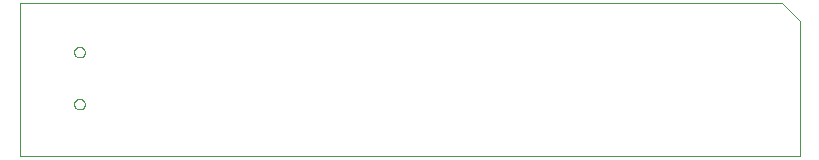
<source format=gbp>
G75*
%MOIN*%
%OFA0B0*%
%FSLAX25Y25*%
%IPPOS*%
%LPD*%
%AMOC8*
5,1,8,0,0,1.08239X$1,22.5*
%
%ADD10C,0.00000*%
D10*
X0004478Y0001500D02*
X0004478Y0052511D01*
X0258478Y0052500D01*
X0258589Y0052411D01*
X0264479Y0046511D01*
X0264479Y0001500D01*
X0004478Y0001500D01*
X0022706Y0018839D02*
X0022708Y0018923D01*
X0022714Y0019006D01*
X0022724Y0019089D01*
X0022738Y0019172D01*
X0022755Y0019254D01*
X0022777Y0019335D01*
X0022802Y0019414D01*
X0022831Y0019493D01*
X0022864Y0019570D01*
X0022900Y0019645D01*
X0022940Y0019719D01*
X0022983Y0019791D01*
X0023030Y0019860D01*
X0023080Y0019927D01*
X0023133Y0019992D01*
X0023189Y0020054D01*
X0023247Y0020114D01*
X0023309Y0020171D01*
X0023373Y0020224D01*
X0023440Y0020275D01*
X0023509Y0020322D01*
X0023580Y0020367D01*
X0023653Y0020407D01*
X0023728Y0020444D01*
X0023805Y0020478D01*
X0023883Y0020508D01*
X0023962Y0020534D01*
X0024043Y0020557D01*
X0024125Y0020575D01*
X0024207Y0020590D01*
X0024290Y0020601D01*
X0024373Y0020608D01*
X0024457Y0020611D01*
X0024541Y0020610D01*
X0024624Y0020605D01*
X0024708Y0020596D01*
X0024790Y0020583D01*
X0024872Y0020567D01*
X0024953Y0020546D01*
X0025034Y0020522D01*
X0025112Y0020494D01*
X0025190Y0020462D01*
X0025266Y0020426D01*
X0025340Y0020387D01*
X0025412Y0020345D01*
X0025482Y0020299D01*
X0025550Y0020250D01*
X0025615Y0020198D01*
X0025678Y0020143D01*
X0025738Y0020085D01*
X0025796Y0020024D01*
X0025850Y0019960D01*
X0025902Y0019894D01*
X0025950Y0019826D01*
X0025995Y0019755D01*
X0026036Y0019682D01*
X0026075Y0019608D01*
X0026109Y0019532D01*
X0026140Y0019454D01*
X0026167Y0019375D01*
X0026191Y0019294D01*
X0026210Y0019213D01*
X0026226Y0019131D01*
X0026238Y0019048D01*
X0026246Y0018964D01*
X0026250Y0018881D01*
X0026250Y0018797D01*
X0026246Y0018714D01*
X0026238Y0018630D01*
X0026226Y0018547D01*
X0026210Y0018465D01*
X0026191Y0018384D01*
X0026167Y0018303D01*
X0026140Y0018224D01*
X0026109Y0018146D01*
X0026075Y0018070D01*
X0026036Y0017996D01*
X0025995Y0017923D01*
X0025950Y0017852D01*
X0025902Y0017784D01*
X0025850Y0017718D01*
X0025796Y0017654D01*
X0025738Y0017593D01*
X0025678Y0017535D01*
X0025615Y0017480D01*
X0025550Y0017428D01*
X0025482Y0017379D01*
X0025412Y0017333D01*
X0025340Y0017291D01*
X0025266Y0017252D01*
X0025190Y0017216D01*
X0025112Y0017184D01*
X0025034Y0017156D01*
X0024953Y0017132D01*
X0024872Y0017111D01*
X0024790Y0017095D01*
X0024708Y0017082D01*
X0024624Y0017073D01*
X0024541Y0017068D01*
X0024457Y0017067D01*
X0024373Y0017070D01*
X0024290Y0017077D01*
X0024207Y0017088D01*
X0024125Y0017103D01*
X0024043Y0017121D01*
X0023962Y0017144D01*
X0023883Y0017170D01*
X0023805Y0017200D01*
X0023728Y0017234D01*
X0023653Y0017271D01*
X0023580Y0017311D01*
X0023509Y0017356D01*
X0023440Y0017403D01*
X0023373Y0017454D01*
X0023309Y0017507D01*
X0023247Y0017564D01*
X0023189Y0017624D01*
X0023133Y0017686D01*
X0023080Y0017751D01*
X0023030Y0017818D01*
X0022983Y0017887D01*
X0022940Y0017959D01*
X0022900Y0018033D01*
X0022864Y0018108D01*
X0022831Y0018185D01*
X0022802Y0018264D01*
X0022777Y0018343D01*
X0022755Y0018424D01*
X0022738Y0018506D01*
X0022724Y0018589D01*
X0022714Y0018672D01*
X0022708Y0018755D01*
X0022706Y0018839D01*
X0022706Y0036161D02*
X0022708Y0036245D01*
X0022714Y0036328D01*
X0022724Y0036411D01*
X0022738Y0036494D01*
X0022755Y0036576D01*
X0022777Y0036657D01*
X0022802Y0036736D01*
X0022831Y0036815D01*
X0022864Y0036892D01*
X0022900Y0036967D01*
X0022940Y0037041D01*
X0022983Y0037113D01*
X0023030Y0037182D01*
X0023080Y0037249D01*
X0023133Y0037314D01*
X0023189Y0037376D01*
X0023247Y0037436D01*
X0023309Y0037493D01*
X0023373Y0037546D01*
X0023440Y0037597D01*
X0023509Y0037644D01*
X0023580Y0037689D01*
X0023653Y0037729D01*
X0023728Y0037766D01*
X0023805Y0037800D01*
X0023883Y0037830D01*
X0023962Y0037856D01*
X0024043Y0037879D01*
X0024125Y0037897D01*
X0024207Y0037912D01*
X0024290Y0037923D01*
X0024373Y0037930D01*
X0024457Y0037933D01*
X0024541Y0037932D01*
X0024624Y0037927D01*
X0024708Y0037918D01*
X0024790Y0037905D01*
X0024872Y0037889D01*
X0024953Y0037868D01*
X0025034Y0037844D01*
X0025112Y0037816D01*
X0025190Y0037784D01*
X0025266Y0037748D01*
X0025340Y0037709D01*
X0025412Y0037667D01*
X0025482Y0037621D01*
X0025550Y0037572D01*
X0025615Y0037520D01*
X0025678Y0037465D01*
X0025738Y0037407D01*
X0025796Y0037346D01*
X0025850Y0037282D01*
X0025902Y0037216D01*
X0025950Y0037148D01*
X0025995Y0037077D01*
X0026036Y0037004D01*
X0026075Y0036930D01*
X0026109Y0036854D01*
X0026140Y0036776D01*
X0026167Y0036697D01*
X0026191Y0036616D01*
X0026210Y0036535D01*
X0026226Y0036453D01*
X0026238Y0036370D01*
X0026246Y0036286D01*
X0026250Y0036203D01*
X0026250Y0036119D01*
X0026246Y0036036D01*
X0026238Y0035952D01*
X0026226Y0035869D01*
X0026210Y0035787D01*
X0026191Y0035706D01*
X0026167Y0035625D01*
X0026140Y0035546D01*
X0026109Y0035468D01*
X0026075Y0035392D01*
X0026036Y0035318D01*
X0025995Y0035245D01*
X0025950Y0035174D01*
X0025902Y0035106D01*
X0025850Y0035040D01*
X0025796Y0034976D01*
X0025738Y0034915D01*
X0025678Y0034857D01*
X0025615Y0034802D01*
X0025550Y0034750D01*
X0025482Y0034701D01*
X0025412Y0034655D01*
X0025340Y0034613D01*
X0025266Y0034574D01*
X0025190Y0034538D01*
X0025112Y0034506D01*
X0025034Y0034478D01*
X0024953Y0034454D01*
X0024872Y0034433D01*
X0024790Y0034417D01*
X0024708Y0034404D01*
X0024624Y0034395D01*
X0024541Y0034390D01*
X0024457Y0034389D01*
X0024373Y0034392D01*
X0024290Y0034399D01*
X0024207Y0034410D01*
X0024125Y0034425D01*
X0024043Y0034443D01*
X0023962Y0034466D01*
X0023883Y0034492D01*
X0023805Y0034522D01*
X0023728Y0034556D01*
X0023653Y0034593D01*
X0023580Y0034633D01*
X0023509Y0034678D01*
X0023440Y0034725D01*
X0023373Y0034776D01*
X0023309Y0034829D01*
X0023247Y0034886D01*
X0023189Y0034946D01*
X0023133Y0035008D01*
X0023080Y0035073D01*
X0023030Y0035140D01*
X0022983Y0035209D01*
X0022940Y0035281D01*
X0022900Y0035355D01*
X0022864Y0035430D01*
X0022831Y0035507D01*
X0022802Y0035586D01*
X0022777Y0035665D01*
X0022755Y0035746D01*
X0022738Y0035828D01*
X0022724Y0035911D01*
X0022714Y0035994D01*
X0022708Y0036077D01*
X0022706Y0036161D01*
M02*

</source>
